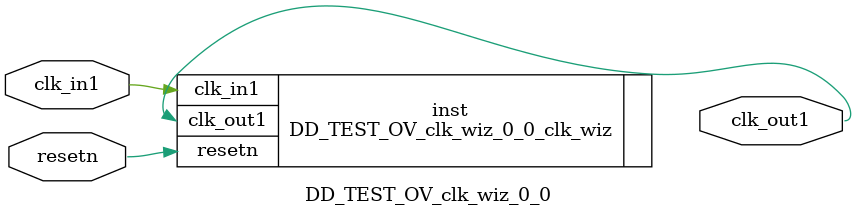
<source format=v>


`timescale 1ps/1ps

(* CORE_GENERATION_INFO = "DD_TEST_OV_clk_wiz_0_0,clk_wiz_v6_0_3_0_0,{component_name=DD_TEST_OV_clk_wiz_0_0,use_phase_alignment=true,use_min_o_jitter=false,use_max_i_jitter=false,use_dyn_phase_shift=false,use_inclk_switchover=false,use_dyn_reconfig=false,enable_axi=0,feedback_source=FDBK_AUTO,PRIMITIVE=MMCM,num_out_clk=1,clkin1_period=8.000,clkin2_period=10.000,use_power_down=false,use_reset=true,use_locked=false,use_inclk_stopped=false,feedback_type=SINGLE,CLOCK_MGR_TYPE=NA,manual_override=false}" *)

module DD_TEST_OV_clk_wiz_0_0 
 (
  // Clock out ports
  output        clk_out1,
  // Status and control signals
  input         resetn,
 // Clock in ports
  input         clk_in1
 );

  DD_TEST_OV_clk_wiz_0_0_clk_wiz inst
  (
  // Clock out ports  
  .clk_out1(clk_out1),
  // Status and control signals               
  .resetn(resetn), 
 // Clock in ports
  .clk_in1(clk_in1)
  );

endmodule

</source>
